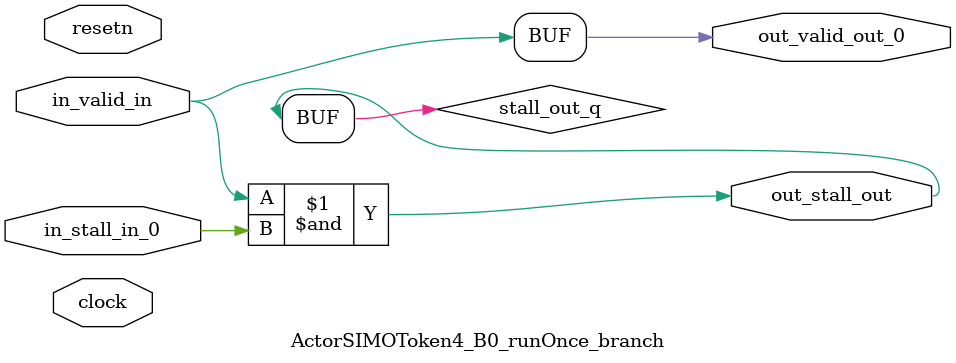
<source format=sv>



(* altera_attribute = "-name AUTO_SHIFT_REGISTER_RECOGNITION OFF; -name MESSAGE_DISABLE 10036; -name MESSAGE_DISABLE 10037; -name MESSAGE_DISABLE 14130; -name MESSAGE_DISABLE 14320; -name MESSAGE_DISABLE 15400; -name MESSAGE_DISABLE 14130; -name MESSAGE_DISABLE 10036; -name MESSAGE_DISABLE 12020; -name MESSAGE_DISABLE 12030; -name MESSAGE_DISABLE 12010; -name MESSAGE_DISABLE 12110; -name MESSAGE_DISABLE 14320; -name MESSAGE_DISABLE 13410; -name MESSAGE_DISABLE 113007; -name MESSAGE_DISABLE 10958" *)
module ActorSIMOToken4_B0_runOnce_branch (
    input wire [0:0] in_stall_in_0,
    input wire [0:0] in_valid_in,
    output wire [0:0] out_stall_out,
    output wire [0:0] out_valid_out_0,
    input wire clock,
    input wire resetn
    );

    wire [0:0] stall_out_q;


    // stall_out(LOGICAL,6)
    assign stall_out_q = in_valid_in & in_stall_in_0;

    // out_stall_out(GPOUT,4)
    assign out_stall_out = stall_out_q;

    // out_valid_out_0(GPOUT,5)
    assign out_valid_out_0 = in_valid_in;

endmodule

</source>
